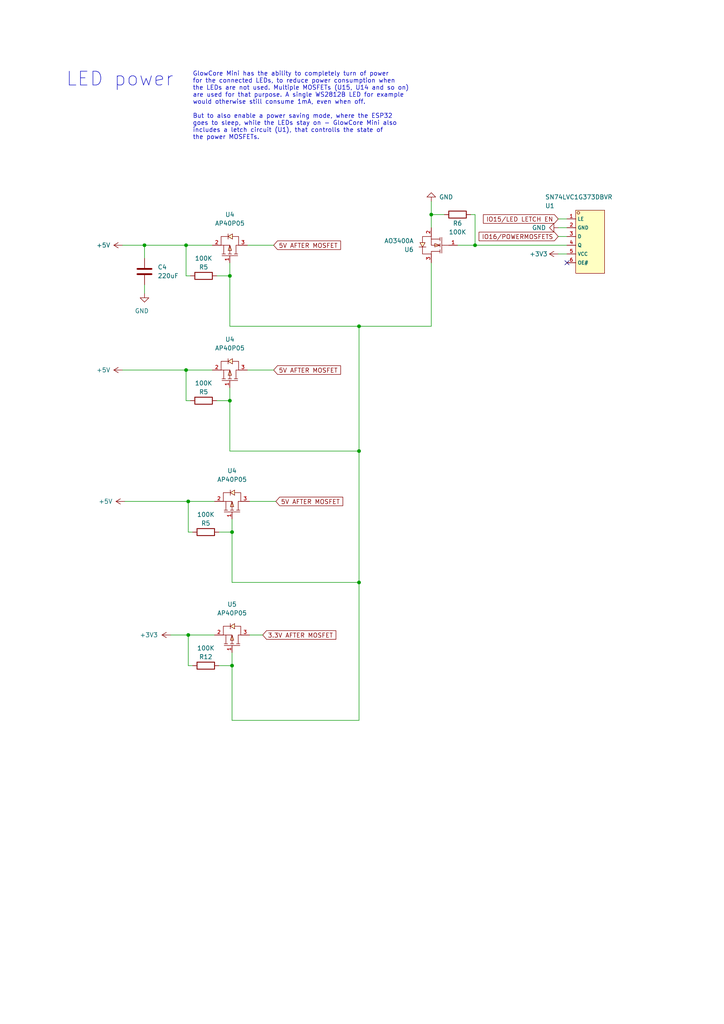
<source format=kicad_sch>
(kicad_sch (version 20230121) (generator eeschema)
  (paper "A4" portrait)
  (lib_symbols
    (symbol "Device:10K 0603" (pin_numbers hide) (pin_names (offset 0))
      (property "Reference" "R" (at 2.032 0 90))
      (property "Value" "10K 0603" (at 0 0 90))
      (symbol "10K 0603_0_1"
        (rectangle (start -1.016 -2.54) (end 1.016 2.54) (stroke (width 0.254)))
      )
      (symbol "10K 0603_1_1"
        (pin passive line (at 0 3.81 270) (length 1.27) (name "~") (number "1"))
        (pin passive line (at 0 -3.81 90) (length 1.27) (name "~") (number "2"))
      )
    )
    (symbol "Device:C" (pin_numbers hide) (pin_names (offset 0.254))
      (property "Reference" "C" (at 0.635 2.54 0))
      (property "Value" "C" (at 0.635 -2.54 0))
      (symbol "C_0_1"
        (polyline (pts (xy -2.032 -0.762) (xy 2.032 -0.762)) (stroke (width 0.508)))
        (polyline (pts (xy -2.032 0.762) (xy 2.032 0.762)) (stroke (width 0.508)))
      )
      (symbol "C_1_1"
        (pin passive line (at 0 3.81 270) (length 2.794) (name "~") (number "1"))
        (pin passive line (at 0 -3.81 90) (length 2.794) (name "~") (number "2"))
      )
    )
    (symbol "MyParts:AO3400A" (pin_names hide)
      (property "Reference" "U" (at 0 1.27 0))
      (property "Value" "AO3400A" (at 0 -2.54 0))
      (symbol "AO3400A_0_0"
        (polyline (pts (xy -106.68 63.5) (xy -104.648 63.5)))
        (polyline (pts (xy -104.648 65.786) (xy -104.648 61.214)))
        (polyline (pts (xy -104.14 61.214) (xy -104.14 62.23)))
        (polyline (pts (xy -104.14 62.992) (xy -104.14 64.008)))
        (polyline (pts (xy -104.14 65.786) (xy -104.14 64.77)))
        (polyline (pts (xy -101.6 61.722) (xy -104.14 61.722)))
        (polyline (pts (xy -104.14 63.5) (xy -102.616 62.992) (xy -102.616 64.008) (xy -104.14 63.5)) (fill (type background)))
        (polyline (pts (xy -99.06 64.008) (xy -99.822 62.738) (xy -98.298 62.738) (xy -99.06 64.008)) (fill (type background)))
        (polyline (pts (xy -98.044 64.008) (xy -98.552 64.008) (xy -99.568 64.008) (xy -100.076 64.008)))
        (polyline (pts (xy -104.14 63.5) (xy -101.6 63.5) (xy -101.6 60.96) (xy -99.06 60.96) (xy -99.06 62.738)))
        (polyline (pts (xy -104.14 65.278) (xy -101.6 65.278) (xy -101.6 66.04) (xy -99.06 66.04) (xy -99.06 64.008)))
        (pin unspecified line (at -109.22 63.5 0) (length 2.54) (name "G") (number "1"))
        (pin unspecified line (at -101.6 58.42 90) (length 2.54) (name "S") (number "2"))
        (pin unspecified line (at -101.6 68.58 270) (length 2.54) (name "D") (number "3"))
      )
    )
    (symbol "MyParts:AP40P05" (pin_names hide)
      (property "Reference" "U" (at -6.35 6.35 0))
      (property "Value" "AP40P05" (at -6.35 2.54 0))
      (symbol "AP40P05_0_0"
        (polyline (pts (xy -3.048 1.016) (xy -3.048 -3.556)))
        (polyline (pts (xy -2.54 -3.556) (xy -2.54 -2.54)))
        (polyline (pts (xy -2.54 -1.778) (xy -2.54 -0.762)))
        (polyline (pts (xy -2.54 0) (xy -2.54 1.016)))
        (polyline (pts (xy 0 -3.048) (xy -2.54 -3.048)))
        (polyline (pts (xy 0 0.508) (xy -2.54 0.508)))
        (polyline (pts (xy -2.54 -1.27) (xy 0 -1.27) (xy 0 -3.81)))
        (polyline (pts (xy 0 -3.81) (xy 2.54 -3.81) (xy 2.54 -1.778)))
        (polyline (pts (xy 0 -1.27) (xy -1.524 -0.762) (xy -1.524 -1.778) (xy 0 -1.27)) (fill (type background)))
        (polyline (pts (xy 0 0.508) (xy 0 1.27) (xy 2.54 1.27) (xy 2.54 -0.508)))
        (polyline (pts (xy 2.54 -1.778) (xy 3.302 -0.508) (xy 1.778 -0.508) (xy 2.54 -1.778)) (fill (type background)))
        (polyline (pts (xy 3.302 -1.778) (xy 3.048 -1.778) (xy 2.032 -1.778) (xy 1.778 -1.778)))
        (pin unspecified line (at -5.08 -1.27 0) (length 2.032) (name "G") (number "1"))
        (pin unspecified line (at 0 -6.35 90) (length 2.54) (name "S") (number "2"))
        (pin unspecified line (at 0 3.81 270) (length 2.54) (name "D") (number "3"))
      )
    )
    (symbol "MyParts:SN74LVC1G373DBVR"
      (property "Reference" "U" (at 0 1.27 0))
      (property "Value" "SN74LVC1G373DBVR" (at 0 -2.54 0))
      (symbol "SN74LVC1G373DBVR_0_0"
        (rectangle (start 0 -10.16) (end 8.382 -28.448) (fill (type background)))
        (circle (center 0.762 -10.922) (radius 0.381) (fill (type background)))
        (pin unspecified line (at -2.54 -12.7 0) (length 2.54) (name "LE") (number "1"))
        (pin unspecified line (at -2.54 -15.24 0) (length 2.54) (name "GND") (number "2"))
        (pin unspecified line (at -2.54 -17.78 0) (length 2.54) (name "D") (number "3"))
        (pin unspecified line (at -2.54 -20.32 0) (length 2.54) (name "Q") (number "4"))
        (pin unspecified line (at -2.54 -22.86 0) (length 2.54) (name "VCC") (number "5"))
        (pin unspecified line (at -2.54 -25.4 0) (length 2.54) (name "OE#") (number "6"))
      )
    )
    (symbol "power:+3.3V" (power) (pin_names (offset 0))
      (property "Value" "+3.3V" (at 0 3.556 0))
      (symbol "+3.3V_0_1"
        (polyline (pts (xy -0.762 1.27) (xy 0 2.54)))
        (polyline (pts (xy 0 0) (xy 0 2.54)))
        (polyline (pts (xy 0 2.54) (xy 0.762 1.27)))
      )
      (symbol "+3.3V_1_1"
        (pin power_in line (at 0 0 90) (length 0) hide (name "+3V3") (number "1"))
      )
    )
    (symbol "power:+5V" (power) (pin_names (offset 0))
      (property "Value" "+5V" (at 0 3.556 0))
      (symbol "+5V_0_1"
        (polyline (pts (xy -0.762 1.27) (xy 0 2.54)))
        (polyline (pts (xy 0 0) (xy 0 2.54)))
        (polyline (pts (xy 0 2.54) (xy 0.762 1.27)))
      )
      (symbol "+5V_1_1"
        (pin power_in line (at 0 0 90) (length 0) hide (name "+5V") (number "1"))
      )
    )
    (symbol "power:GND" (power) (pin_names (offset 0))
      (property "Value" "GND" (at 0 -3.81 0))
      (symbol "GND_0_1"
        (polyline (pts (xy 0 0) (xy 0 -1.27) (xy 1.27 -1.27) (xy 0 -2.54) (xy -1.27 -1.27) (xy 0 -1.27)))
      )
      (symbol "GND_1_1"
        (pin power_in line (at 0 0 270) (length 0) hide (name "GND") (number "1"))
      )
    )
  )
  (junction (at 125.095 62.23))
  (junction (at 66.675 116.205))
  (junction (at 53.975 107.315))
  (junction (at 104.14 168.91))
  (junction (at 137.795 71.12))
  (junction (at 66.675 80.01))
  (junction (at 67.31 154.305))
  (junction (at 53.975 71.12))
  (junction (at 104.14 130.81))
  (junction (at 54.61 184.15))
  (junction (at 41.91 71.12))
  (junction (at 54.61 145.415))
  (junction (at 104.14 94.615))
  (junction (at 67.31 193.04))
  (no_connect (at 164.465 76.2))
  (wire (pts (xy 66.675 130.81) (xy 104.14 130.81)))
  (wire (pts (xy 53.975 116.205) (xy 53.975 107.315)))
  (wire (pts (xy 66.675 76.2) (xy 66.675 80.01)))
  (wire (pts (xy 63.5 154.305) (xy 67.31 154.305)))
  (wire (pts (xy 161.925 63.5) (xy 164.465 63.5)))
  (wire (pts (xy 54.61 145.415) (xy 62.23 145.415)))
  (wire (pts (xy 67.31 193.04) (xy 67.31 208.915)))
  (wire (pts (xy 164.465 71.12) (xy 137.795 71.12)))
  (wire (pts (xy 54.61 184.15) (xy 62.23 184.15)))
  (wire (pts (xy 71.755 71.12) (xy 79.375 71.12)))
  (wire (pts (xy 66.675 80.01) (xy 66.675 94.615)))
  (wire (pts (xy 54.61 154.305) (xy 54.61 145.415)))
  (wire (pts (xy 72.39 145.415) (xy 80.01 145.415)))
  (wire (pts (xy 63.5 193.04) (xy 67.31 193.04)))
  (wire (pts (xy 41.91 82.55) (xy 41.91 85.09)))
  (wire (pts (xy 53.975 71.12) (xy 61.595 71.12)))
  (wire (pts (xy 66.675 94.615) (xy 104.14 94.615)))
  (wire (pts (xy 62.865 116.205) (xy 66.675 116.205)))
  (wire (pts (xy 53.975 107.315) (xy 61.595 107.315)))
  (wire (pts (xy 161.925 73.66) (xy 164.465 73.66)))
  (wire (pts (xy 67.31 150.495) (xy 67.31 154.305)))
  (wire (pts (xy 104.14 130.81) (xy 104.14 168.91)))
  (wire (pts (xy 41.91 71.12) (xy 53.975 71.12)))
  (wire (pts (xy 67.31 189.23) (xy 67.31 193.04)))
  (wire (pts (xy 125.095 66.04) (xy 125.095 62.23)))
  (wire (pts (xy 72.39 184.15) (xy 76.2 184.15)))
  (wire (pts (xy 137.795 62.23) (xy 137.795 71.12)))
  (wire (pts (xy 53.975 80.01) (xy 53.975 71.12)))
  (wire (pts (xy 49.53 184.15) (xy 54.61 184.15)))
  (wire (pts (xy 161.925 68.58) (xy 164.465 68.58)))
  (wire (pts (xy 55.245 116.205) (xy 53.975 116.205)))
  (wire (pts (xy 67.31 154.305) (xy 67.31 168.91)))
  (wire (pts (xy 54.61 193.04) (xy 54.61 184.15)))
  (wire (pts (xy 137.795 71.12) (xy 132.715 71.12)))
  (wire (pts (xy 41.91 71.12) (xy 41.91 74.93)))
  (wire (pts (xy 71.755 107.315) (xy 79.375 107.315)))
  (wire (pts (xy 104.14 94.615) (xy 125.095 94.615)))
  (wire (pts (xy 104.14 94.615) (xy 104.14 130.81)))
  (wire (pts (xy 55.88 193.04) (xy 54.61 193.04)))
  (wire (pts (xy 161.925 66.04) (xy 164.465 66.04)))
  (wire (pts (xy 104.14 168.91) (xy 104.14 208.915)))
  (wire (pts (xy 35.56 71.12) (xy 41.91 71.12)))
  (wire (pts (xy 55.245 80.01) (xy 53.975 80.01)))
  (wire (pts (xy 125.095 94.615) (xy 125.095 76.2)))
  (wire (pts (xy 128.905 62.23) (xy 125.095 62.23)))
  (wire (pts (xy 104.14 208.915) (xy 67.31 208.915)))
  (wire (pts (xy 55.88 154.305) (xy 54.61 154.305)))
  (wire (pts (xy 35.56 107.315) (xy 53.975 107.315)))
  (wire (pts (xy 36.195 145.415) (xy 54.61 145.415)))
  (wire (pts (xy 66.675 116.205) (xy 66.675 130.81)))
  (wire (pts (xy 66.675 112.395) (xy 66.675 116.205)))
  (wire (pts (xy 136.525 62.23) (xy 137.795 62.23)))
  (wire (pts (xy 125.095 62.23) (xy 125.095 58.42)))
  (wire (pts (xy 62.865 80.01) (xy 66.675 80.01)))
  (wire (pts (xy 67.31 168.91) (xy 104.14 168.91)))
  (text "GlowCore Mini has the ability to completely turn of power\nfor the connected LEDs, to reduce power consumption when\nthe LEDs are not used. Multiple MOSFETs (U15, U14 and so on)\nare used for that purpose. A single WS2812B LED for example\nwould otherwise still consume 1mA, even when off.\n\nBut to also enable a power saving mode, where the ESP32\ngoes to sleep, while the LEDs stay on - GlowCore Mini also\nincludes a letch circuit (U1), that controlls the state of\nthe power MOSFETs." (at 55.88 40.64 0) (effects (font (size 1.27 1.27)) (justify left bottom)))
  (text "LED power" (at 19.05 25.4 0) (effects (font (size 4 4)) (justify left bottom)))
  (global_label "3.3V AFTER MOSFET" (shape input) (at 76.2 184.15 0) (property "Intersheetrefs" "${INTERSHEET_REFS}" (effects hide)))
  (global_label "5V AFTER MOSFET" (shape input) (at 79.375 71.12 0) (property "Intersheetrefs" "${INTERSHEET_REFS}" (effects hide)))
  (global_label "5V AFTER MOSFET" (shape input) (at 79.375 107.315 0) (property "Intersheetrefs" "${INTERSHEET_REFS}" (effects hide)))
  (global_label "IO16{slash}POWERMOSFETS" (shape input) (at 161.925 68.58 180) (property "Intersheetrefs" "${INTERSHEET_REFS}" (effects hide)))
  (global_label "5V AFTER MOSFET" (shape input) (at 80.01 145.415 0) (property "Intersheetrefs" "${INTERSHEET_REFS}" (effects hide)))
  (global_label "IO15{slash}LED LETCH EN" (shape input) (at 161.925 63.5 180) (property "Intersheetrefs" "${INTERSHEET_REFS}" (effects hide)))
  (symbol (lib_id "power:GND") (at 125.095 58.42 180) (unit 1)
    (property "Reference" "#PWR0143" (effects hide))
    (property "Value" "GND" (at 131.445 57.15 0) (effects (justify left)))
  )
  (symbol (lib_id "Device:10K 0603") (at 59.055 80.01 270) (unit 1)
    (property "Reference" "R5" (at 59.055 77.47 90))
    (property "Value" "100K" (at 59.055 74.93 90))
    (property "Footprint" "Resistor_SMD:R_0402_1005Metric" (effects hide))
    (property "LCSC #" "C25741" (effects hide))
    (instances (project "GlowCoreMini PCB" (path "" (reference "R5") (unit 1)) (path "" (reference "R22") (unit 1))))
  )
  (symbol (lib_id "power:+5V") (at 35.56 71.12 90) (unit 1)
    (property "Reference" "#PWR0137" (effects hide))
    (property "Value" "+5V" (at 27.94 71.12 90) (effects (justify right)))
    (instances (project "GlowCoreMini PCB" (path "" (reference "#PWR0137") (unit 1)) (path "" (reference "#PWR0161") (unit 1))))
  )
  (symbol (lib_id "Device:10K 0603") (at 132.715 62.23 90) (unit 1)
    (property "Reference" "R6" (at 132.715 64.77 90))
    (property "Value" "100K" (at 132.715 67.31 90))
    (property "Footprint" "Resistor_SMD:R_0402_1005Metric" (effects hide))
    (property "LCSC #" "C25741" (effects hide))
  )
  (symbol (lib_id "power:GND") (at 41.91 85.09 0) (mirror y) (unit 1)
    (property "Reference" "#PWR0144" (effects hide))
    (property "Value" "GND" (at 43.18 90.17 0) (effects (justify left)))
    (instances (project "GlowCoreMini PCB" (path "" (reference "#PWR0144") (unit 1)) (path "" (reference "#PWR0162") (unit 1))))
  )
  (symbol (lib_id "power:GND") (at 161.925 66.04 270) (unit 1)
    (property "Reference" "#PWR0146" (effects hide))
    (property "Value" "GND" (at 154.305 66.04 90) (effects (justify left)))
  )
  (symbol (lib_id "MyParts:AP40P05") (at 67.945 71.12 270) (mirror x) (unit 1)
    (property "Reference" "U4" (at 66.675 62.23 90))
    (property "Value" "AP40P05" (at 66.675 64.77 90))
    (property "Footprint" "footprint:SOT-23-3_L2.9-W1.3-P1.90-LS2.4-BR" (effects hide))
    (property "Datasheet" "https://www.diodes.com/assets/Package-Files/SOT23.pdf" (effects hide))
    (property "LCSC #" "C2886385" (effects hide))
    (instances (project "GlowCoreMini PCB" (path "" (reference "U4") (unit 1)) (path "" (reference "U15") (unit 1))))
  )
  (symbol (lib_id "Device:10K 0603") (at 59.69 154.305 270) (unit 1)
    (property "Reference" "R5" (at 59.69 151.765 90))
    (property "Value" "100K" (at 59.69 149.225 90))
    (property "Footprint" "Resistor_SMD:R_0402_1005Metric" (effects hide))
    (property "LCSC #" "C25741" (effects hide))
  )
  (symbol (lib_id "power:+3.3V") (at 49.53 184.15 90) (unit 1)
    (property "Reference" "#PWR0141" (effects hide))
    (property "Value" "+3.3V" (at 43.18 184.15 90))
  )
  (symbol (lib_id "Device:10K 0603") (at 59.055 116.205 270) (unit 1)
    (property "Reference" "R5" (at 59.055 113.665 90))
    (property "Value" "100K" (at 59.055 111.125 90))
    (property "Footprint" "Resistor_SMD:R_0402_1005Metric" (effects hide))
    (property "LCSC #" "C25741" (effects hide))
    (instances (project "GlowCoreMini PCB" (path "" (reference "R5") (unit 1)) (path "" (reference "R21") (unit 1))))
  )
  (symbol (lib_id "MyParts:AP40P05") (at 67.945 107.315 270) (mirror x) (unit 1)
    (property "Reference" "U4" (at 66.675 98.425 90))
    (property "Value" "AP40P05" (at 66.675 100.965 90))
    (property "Footprint" "footprint:SOT-23-3_L2.9-W1.3-P1.90-LS2.4-BR" (effects hide))
    (property "Datasheet" "https://www.diodes.com/assets/Package-Files/SOT23.pdf" (effects hide))
    (property "LCSC #" "C2886385" (effects hide))
    (instances (project "GlowCoreMini PCB" (path "" (reference "U4") (unit 1)) (path "" (reference "U14") (unit 1))))
  )
  (symbol (lib_id "power:+3.3V") (at 161.925 73.66 90) (unit 1)
    (property "Reference" "#PWR0145" (effects hide))
    (property "Value" "+3.3V" (at 156.21 73.66 90))
  )
  (symbol (lib_id "MyParts:AO3400A") (at 23.495 7.62 180) (unit 1)
    (property "Reference" "U6" (at 120.015 72.3901 0) (effects (justify left)))
    (property "Value" "AO3400A" (at 120.015 69.8501 0) (effects (justify left)))
    (property "Footprint" "footprint:SOT-23-3_L2.9-W1.6-P1.90-LS2.8-BR" (effects hide))
    (property "Datasheet" "https://item.szlcsc.com/14454.html" (effects hide))
    (property "LCSC #" "C20917" (effects hide))
  )
  (symbol (lib_id "MyParts:SN74LVC1G373DBVR") (at 167.005 50.8 0) (unit 1)
    (property "Reference" "U1" (at 158.115 59.69 0) (effects (justify left)))
    (property "Value" "SN74LVC1G373DBVR" (at 158.115 57.15 0) (effects (justify left)))
    (property "Footprint" "footprint:SOT-23-6_L2.9-W1.6-P0.95-LS2.8-BR" (effects hide))
    (property "Datasheet" "https://item.szlcsc.com/169042.html" (effects hide))
    (property "LCSC" "C128413" (effects hide))
  )
  (symbol (lib_id "MyParts:AP40P05") (at 68.58 184.15 270) (mirror x) (unit 1)
    (property "Reference" "U5" (at 67.31 175.26 90))
    (property "Value" "AP40P05" (at 67.31 177.8 90))
    (property "Footprint" "footprint:SOT-23-3_L2.9-W1.3-P1.90-LS2.4-BR" (effects hide))
    (property "Datasheet" "https://www.diodes.com/assets/Package-Files/SOT23.pdf" (effects hide))
    (property "LCSC #" "C2886385" (effects hide))
  )
  (symbol (lib_id "power:+5V") (at 35.56 107.315 90) (unit 1)
    (property "Reference" "#PWR0137" (effects hide))
    (property "Value" "+5V" (at 27.94 107.315 90) (effects (justify right)))
    (instances (project "GlowCoreMini PCB" (path "" (reference "#PWR0137") (unit 1)) (path "" (reference "#PWR0159") (unit 1))))
  )
  (symbol (lib_id "MyParts:AP40P05") (at 68.58 145.415 270) (mirror x) (unit 1)
    (property "Reference" "U4" (at 67.31 136.525 90))
    (property "Value" "AP40P05" (at 67.31 139.065 90))
    (property "Footprint" "footprint:SOT-23-3_L2.9-W1.3-P1.90-LS2.4-BR" (effects hide))
    (property "Datasheet" "https://www.diodes.com/assets/Package-Files/SOT23.pdf" (effects hide))
    (property "LCSC #" "C2886385" (effects hide))
  )
  (symbol (lib_id "Device:C") (at 41.91 78.74 0) (unit 1)
    (property "Reference" "C4" (at 45.72 77.4699 0) (effects (justify left)))
    (property "Value" "220uF" (at 45.72 80.0099 0) (effects (justify left)))
    (property "Footprint" "Capacitor_SMD:C_1206_3216Metric" (effects hide))
    (property "LCSC #" "C412252" (effects hide))
    (instances (project "GlowCoreMini PCB" (path "" (reference "C4") (unit 1)) (path "" (reference "C21") (unit 1))))
  )
  (symbol (lib_id "power:+5V") (at 36.195 145.415 90) (unit 1)
    (property "Reference" "#PWR0137" (effects hide))
    (property "Value" "+5V" (at 28.575 145.415 90) (effects (justify right)))
  )
  (symbol (lib_id "Device:10K 0603") (at 59.69 193.04 270) (unit 1)
    (property "Reference" "R12" (at 59.69 190.5 90))
    (property "Value" "100K" (at 59.69 187.96 90))
    (property "Footprint" "Resistor_SMD:R_0402_1005Metric" (effects hide))
    (property "LCSC #" "C25741" (effects hide))
  )
)
</source>
